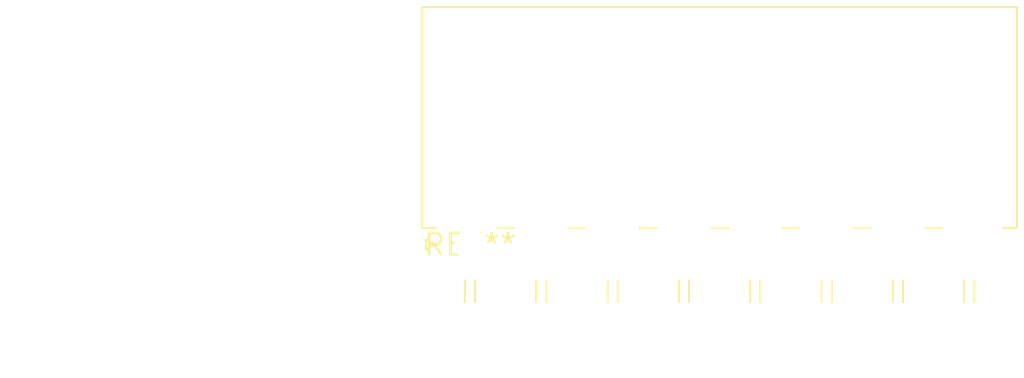
<source format=kicad_pcb>
(kicad_pcb (version 20240108) (generator pcbnew)
  (layers (0 "F.Cu" signal) (31 "B.Cu" signal) (34 "B.Paste" user) (35 "F.Paste" user) (36 "B.SilkS" user "B.Silkscreen") (37 "F.SilkS" user "F.Silkscreen") (38 "B.Mask" user) (39 "F.Mask" user) (44 "Edge.Cuts" user))
  (net 0 "")
  (footprint "Molex_Mini-Fit_Jr_5569-16A2_2x08_P4.20mm_Horizontal" (layer "F.Cu") (at 0 0)
    (property "Reference" "REF**")
    (property "Value" "Molex_Mini-Fit_Jr_5569-16A2_2x08_P4.20mm_Horizontal")
    (fp_line (start -2.81 -14.01) (end 14.7 -14.01) (layer "F.SilkS") (stroke (width 0.12)))
    (fp_line (start -2.81 -0.99) (end -2.81 -14.01) (layer "F.SilkS") (stroke (width 0.12)))
    (fp_line (start -2.6 -0.3) (end -2 0) (layer "F.SilkS") (stroke (width 0.12)))
    (fp_line (start -2.6 0.3) (end -2.6 -0.3) (layer "F.SilkS") (stroke (width 0.12)))
    (fp_line (start -2 -0.99) (end -2.81 -0.99) (layer "F.SilkS") (stroke (width 0.12)))
    (fp_line (start -2 0) (end -2.6 0.3) (layer "F.SilkS") (stroke (width 0.12)))
    (fp_line (start -0.3 2.11) (end -0.3 3.39) (layer "F.SilkS") (stroke (width 0.12)))
    (fp_line (start 0.3 2.11) (end 0.3 3.39) (layer "F.SilkS") (stroke (width 0.12)))
    (fp_line (start 1.61 -1) (end 2.59 -1) (layer "F.SilkS") (stroke (width 0.12)))
    (fp_line (start 3.9 2.11) (end 3.9 3.39) (layer "F.SilkS") (stroke (width 0.12)))
    (fp_line (start 4.5 2.11) (end 4.5 3.39) (layer "F.SilkS") (stroke (width 0.12)))
    (fp_line (start 5.81 -1) (end 6.79 -1) (layer "F.SilkS") (stroke (width 0.12)))
    (fp_line (start 8.1 2.11) (end 8.1 3.39) (layer "F.SilkS") (stroke (width 0.12)))
    (fp_line (start 8.7 2.11) (end 8.7 3.39) (layer "F.SilkS") (stroke (width 0.12)))
    (fp_line (start 10.01 -1) (end 10.99 -1) (layer "F.SilkS") (stroke (width 0.12)))
    (fp_line (start 12.3 2.11) (end 12.3 3.39) (layer "F.SilkS") (stroke (width 0.12)))
    (fp_line (start 12.9 2.11) (end 12.9 3.39) (layer "F.SilkS") (stroke (width 0.12)))
    (fp_line (start 14.21 -1) (end 15.19 -1) (layer "F.SilkS") (stroke (width 0.12)))
    (fp_line (start 16.5 2.11) (end 16.5 3.39) (layer "F.SilkS") (stroke (width 0.12)))
    (fp_line (start 17.1 2.11) (end 17.1 3.39) (layer "F.SilkS") (stroke (width 0.12)))
    (fp_line (start 18.41 -1) (end 19.39 -1) (layer "F.SilkS") (stroke (width 0.12)))
    (fp_line (start 20.7 2.11) (end 20.7 3.39) (layer "F.SilkS") (stroke (width 0.12)))
    (fp_line (start 21.3 2.11) (end 21.3 3.39) (layer "F.SilkS") (stroke (width 0.12)))
    (fp_line (start 22.61 -1) (end 23.59 -1) (layer "F.SilkS") (stroke (width 0.12)))
    (fp_line (start 24.9 2.11) (end 24.9 3.39) (layer "F.SilkS") (stroke (width 0.12)))
    (fp_line (start 25.5 2.11) (end 25.5 3.39) (layer "F.SilkS") (stroke (width 0.12)))
    (fp_line (start 26.81 -1) (end 27.79 -1) (layer "F.SilkS") (stroke (width 0.12)))
    (fp_line (start 29.1 2.11) (end 29.1 3.39) (layer "F.SilkS") (stroke (width 0.12)))
    (fp_line (start 29.7 2.11) (end 29.7 3.39) (layer "F.SilkS") (stroke (width 0.12)))
    (fp_line (start 31.4 -0.99) (end 32.21 -0.99) (layer "F.SilkS") (stroke (width 0.12)))
    (fp_line (start 32.21 -14.01) (end 14.7 -14.01) (layer "F.SilkS") (stroke (width 0.12)))
    (fp_line (start 32.21 -0.99) (end 32.21 -14.01) (layer "F.SilkS") (stroke (width 0.12)))
    (pad "" np_thru_hole circle (at 0 -7.3) (size 3 3) (drill 3) (layers *.Cu *.Mask))
    (pad "" np_thru_hole circle (at 29.4 -7.3) (size 3 3) (drill 3) (layers *.Cu *.Mask))
    (pad "1" thru_hole roundrect (at 0 0) (size 2.7 3.7) (drill 1.8) (layers *.Cu *.Mask) (remove_unused_layers) (roundrect_rratio 0.092593))
    (pad "2" thru_hole oval (at 4.2 0) (size 2.7 3.7) (drill 1.8) (layers *.Cu *.Mask) (remove_unused_layers))
    (pad "3" thru_hole oval (at 8.4 0) (size 2.7 3.7) (drill 1.8) (layers *.Cu *.Mask) (remove_unused_layers))
    (pad "4" thru_hole oval (at 12.6 0) (size 2.7 3.7) (drill 1.8) (layers *.Cu *.Mask) (remove_unused_layers))
    (pad "5" thru_hole oval (at 16.8 0) (size 2.7 3.7) (drill 1.8) (layers *.Cu *.Mask) (remove_unused_layers))
    (pad "6" thru_hole oval (at 21 0) (size 2.7 3.7) (drill 1.8) (layers *.Cu *.Mask) (remove_unused_layers))
    (pad "7" thru_hole oval (at 25.2 0) (size 2.7 3.7) (drill 1.8) (layers *.Cu *.Mask) (remove_unused_layers))
    (pad "8" thru_hole oval (at 29.4 0) (size 2.7 3.7) (drill 1.8) (layers *.Cu *.Mask) (remove_unused_layers))
    (pad "9" thru_hole oval (at 0 5.5) (size 2.7 3.7) (drill 1.8) (layers *.Cu *.Mask) (remove_unused_layers))
    (pad "10" thru_hole oval (at 4.2 5.5) (size 2.7 3.7) (drill 1.8) (layers *.Cu *.Mask) (remove_unused_layers))
    (pad "11" thru_hole oval (at 8.4 5.5) (size 2.7 3.7) (drill 1.8) (layers *.Cu *.Mask) (remove_unused_layers))
    (pad "12" thru_hole oval (at 12.6 5.5) (size 2.7 3.7) (drill 1.8) (layers *.Cu *.Mask) (remove_unused_layers))
    (pad "13" thru_hole oval (at 16.8 5.5) (size 2.7 3.7) (drill 1.8) (layers *.Cu *.Mask) (remove_unused_layers))
    (pad "14" thru_hole oval (at 21 5.5) (size 2.7 3.7) (drill 1.8) (layers *.Cu *.Mask) (remove_unused_layers))
    (pad "15" thru_hole oval (at 25.2 5.5) (size 2.7 3.7) (drill 1.8) (layers *.Cu *.Mask) (remove_unused_layers))
    (pad "16" thru_hole oval (at 29.4 5.5) (size 2.7 3.7) (drill 1.8) (layers *.Cu *.Mask) (remove_unused_layers))
  )
)
</source>
